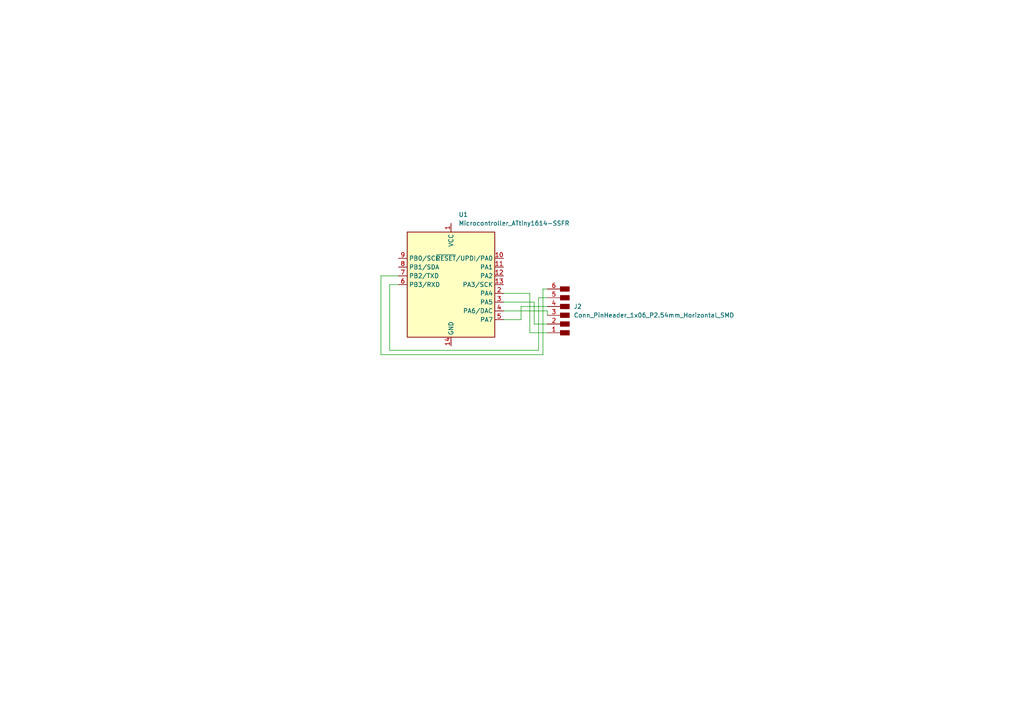
<source format=kicad_sch>
(kicad_sch (version 20231120) (generator "eeschema") (generator_version "8.0")
  (paper "A4")
  (lib_symbols
    (symbol "fab:Conn_PinHeader_1x06_P2.54mm_Horizontal_SMD" (pin_names hide)
      (property "Reference" "J" (at 0 7.62 0))
      (property "Value" "Conn_PinHeader_1x06_P2.54mm_Horizontal_SMD" (at 0 -10.16 0))
      (symbol "Conn_PinHeader_1x06_P2.54mm_Horizontal_SMD_1_1"
        (rectangle (start -1.27 -6.985) (end 1.27 -8.255) (stroke (width 0.254)) (fill (type outline)))
        (rectangle (start -1.27 -4.445) (end 1.27 -5.715) (stroke (width 0.254)) (fill (type outline)))
        (rectangle (start -1.27 -1.905) (end 1.27 -3.175) (stroke (width 0.254)) (fill (type outline)))
        (rectangle (start -1.27 0.635) (end 1.27 -0.635) (stroke (width 0.254)) (fill (type outline)))
        (rectangle (start -1.27 3.175) (end 1.27 1.905) (stroke (width 0.254)) (fill (type outline)))
        (rectangle (start -1.27 5.715) (end 1.27 4.445) (stroke (width 0.254)) (fill (type outline)))
        (pin passive line (at 5.08 5.08 180) (length 3.81) (name "Pin_1") (number "1"))
        (pin passive line (at 5.08 2.54 180) (length 3.81) (name "Pin_2") (number "2"))
        (pin passive line (at 5.08 0 180) (length 3.81) (name "Pin_3") (number "3"))
        (pin passive line (at 5.08 -2.54 180) (length 3.81) (name "Pin_4") (number "4"))
        (pin passive line (at 5.08 -5.08 180) (length 3.81) (name "Pin_5") (number "5"))
        (pin passive line (at 5.08 -7.62 180) (length 3.81) (name "Pin_6") (number "6"))
      )
    )
    (symbol "fab:Microcontroller_ATtiny1614-SSFR"
      (property "Reference" "U" (at -12.7 17.78 0))
      (property "Value" "Microcontroller_ATtiny1614-SSFR" (at 7.62 17.78 0))
      (symbol "Microcontroller_ATtiny1614-SSFR_0_1"
        (rectangle (start -12.7 -15.24) (end 12.7 15.24) (stroke (width 0.254)) (fill (type background)))
      )
      (symbol "Microcontroller_ATtiny1614-SSFR_1_1"
        (pin power_in line (at 0 17.78 270) (length 2.54) (name "VCC") (number "1"))
        (pin bidirectional line (at 15.24 7.62 180) (length 2.54) (name "~{RESET}/UPDI/PA0") (number "10"))
        (pin bidirectional line (at 15.24 5.08 180) (length 2.54) (name "PA1") (number "11"))
        (pin bidirectional line (at 15.24 2.54 180) (length 2.54) (name "PA2") (number "12"))
        (pin bidirectional line (at 15.24 0 180) (length 2.54) (name "PA3/SCK") (number "13"))
        (pin power_in line (at 0 -17.78 90) (length 2.54) (name "GND") (number "14"))
        (pin bidirectional line (at 15.24 -2.54 180) (length 2.54) (name "PA4") (number "2"))
        (pin bidirectional line (at 15.24 -5.08 180) (length 2.54) (name "PA5") (number "3"))
        (pin bidirectional line (at 15.24 -7.62 180) (length 2.54) (name "PA6/DAC") (number "4"))
        (pin bidirectional line (at 15.24 -10.16 180) (length 2.54) (name "PA7") (number "5"))
        (pin bidirectional line (at -15.24 0 0) (length 2.54) (name "PB3/RXD") (number "6"))
        (pin bidirectional line (at -15.24 2.54 0) (length 2.54) (name "PB2/TXD") (number "7"))
        (pin bidirectional line (at -15.24 5.08 0) (length 2.54) (name "PB1/SDA") (number "8"))
        (pin bidirectional line (at -15.24 7.62 0) (length 2.54) (name "PB0/SCL") (number "9"))
      )
    )
  )
  (wire (pts (xy 151.13 88.9) (xy 158.75 88.9)))
  (wire (pts (xy 146.05 90.17) (xy 158.75 90.17)))
  (wire (pts (xy 146.05 87.63) (xy 154.94 87.63)))
  (wire (pts (xy 153.67 85.09) (xy 153.67 96.52)))
  (wire (pts (xy 113.03 82.55) (xy 113.03 101.6)))
  (wire (pts (xy 158.75 90.17) (xy 158.75 91.44)))
  (wire (pts (xy 110.49 102.87) (xy 157.48 102.87)))
  (wire (pts (xy 110.49 80.01) (xy 110.49 102.87)))
  (wire (pts (xy 115.57 82.55) (xy 113.03 82.55)))
  (wire (pts (xy 156.21 86.36) (xy 158.75 86.36)))
  (wire (pts (xy 156.21 101.6) (xy 156.21 86.36)))
  (wire (pts (xy 113.03 101.6) (xy 156.21 101.6)))
  (wire (pts (xy 157.48 83.82) (xy 158.75 83.82)))
  (wire (pts (xy 153.67 96.52) (xy 158.75 96.52)))
  (wire (pts (xy 115.57 80.01) (xy 110.49 80.01)))
  (wire (pts (xy 154.94 87.63) (xy 154.94 93.98)))
  (wire (pts (xy 146.05 85.09) (xy 153.67 85.09)))
  (wire (pts (xy 154.94 93.98) (xy 158.75 93.98)))
  (wire (pts (xy 157.48 102.87) (xy 157.48 83.82)))
  (wire (pts (xy 146.05 92.71) (xy 151.13 92.71)))
  (wire (pts (xy 151.13 92.71) (xy 151.13 88.9)))
  (symbol (lib_id "fab:Microcontroller_ATtiny1614-SSFR") (at 130.81 82.55 0) (unit 1)
    (property "Reference" "U1" (at 133.0041 62.23 0) (effects (justify left)))
    (property "Value" "Microcontroller_ATtiny1614-SSFR" (at 133.0041 64.77 0) (effects (justify left)))
    (property "Footprint" "fab:SOIC-14_3.9x8.7mm_P1.27mm" (effects (hide yes)))
    (property "Datasheet" "http://ww1.microchip.com/downloads/en/DeviceDoc/ATtiny1614-16-17-DataSheet-DS40002204A.pdf" (effects (hide yes)))
    (property "Description" "AVR tinyAVR™ 1 Microcontroller IC 8-Bit 16MHz 16KB (16K x 8) FLASH 14-SOIC" (effects (hide yes)))
  )
  (symbol (lib_id "fab:Conn_PinHeader_1x06_P2.54mm_Horizontal_SMD") (at 163.83 91.44 180) (unit 1)
    (property "Reference" "J2" (at 166.37 88.8999 0) (effects (justify right)))
    (property "Value" "Conn_PinHeader_1x06_P2.54mm_Horizontal_SMD" (at 166.37 91.4399 0) (effects (justify right)))
    (property "Footprint" "fab:PinHeader_1x06_P2.54mm_Horizontal_SMD" (effects (hide yes)))
    (property "Datasheet" "https://gct.co/files/specs/2.54mm-socket-spec.pdf" (effects (hide yes)))
    (property "Description" "Male connector, single row" (effects (hide yes)))
  )
)
</source>
